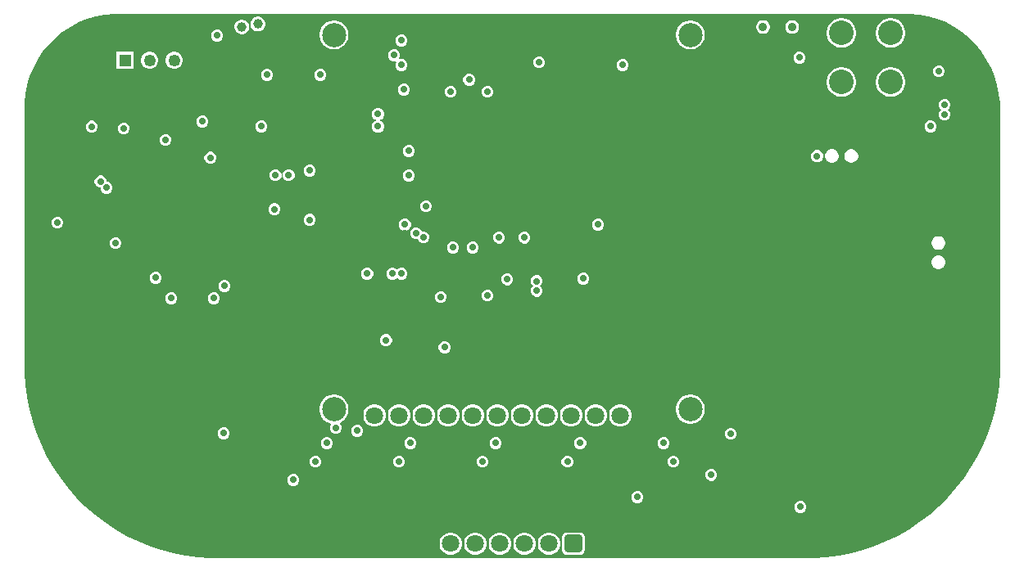
<source format=gbr>
%TF.GenerationSoftware,Altium Limited,Altium Designer,23.8.1 (32)*%
G04 Layer_Physical_Order=3*
G04 Layer_Color=65280*
%FSLAX26Y26*%
%MOIN*%
%TF.SameCoordinates,6B68F3FB-407B-423E-831D-AB1AF3CCE0D2*%
%TF.FilePolarity,Positive*%
%TF.FileFunction,Copper,L3,Inr,Signal*%
%TF.Part,Single*%
G01*
G75*
%TA.AperFunction,ComponentPad*%
%ADD51C,0.049213*%
%ADD52R,0.049213X0.049213*%
%ADD53C,0.100000*%
%ADD54C,0.070866*%
G04:AMPARAMS|DCode=55|XSize=70.866mil|YSize=70.866mil|CornerRadius=8.858mil|HoleSize=0mil|Usage=FLASHONLY|Rotation=180.000|XOffset=0mil|YOffset=0mil|HoleType=Round|Shape=RoundedRectangle|*
%AMROUNDEDRECTD55*
21,1,0.070866,0.053150,0,0,180.0*
21,1,0.053150,0.070866,0,0,180.0*
1,1,0.017716,-0.026575,0.026575*
1,1,0.017716,0.026575,0.026575*
1,1,0.017716,0.026575,-0.026575*
1,1,0.017716,-0.026575,-0.026575*
%
%ADD55ROUNDEDRECTD55*%
%ADD58C,0.039370*%
%ADD59C,0.035430*%
%TA.AperFunction,ViaPad*%
%ADD60C,0.028000*%
%ADD61C,0.098425*%
G36*
X1656517Y1106002D02*
X1693588Y1098628D01*
X1729761Y1087655D01*
X1764682Y1073190D01*
X1798017Y1055372D01*
X1829446Y1034372D01*
X1858665Y1010392D01*
X1885392Y983665D01*
X1909372Y954446D01*
X1930372Y923017D01*
X1948190Y889681D01*
X1962655Y854761D01*
X1973628Y818588D01*
X1981002Y781517D01*
X1984707Y743900D01*
Y725000D01*
Y-325000D01*
Y-350688D01*
X1981346Y-401956D01*
X1974640Y-452895D01*
X1964617Y-503283D01*
X1951320Y-552910D01*
X1934804Y-601562D01*
X1915144Y-649027D01*
X1892419Y-695107D01*
X1866731Y-739601D01*
X1838188Y-782319D01*
X1806912Y-823079D01*
X1773035Y-861708D01*
X1736707Y-898036D01*
X1698080Y-931911D01*
X1657319Y-963188D01*
X1614600Y-991731D01*
X1570107Y-1017420D01*
X1524027Y-1040144D01*
X1476562Y-1059805D01*
X1427910Y-1076320D01*
X1378283Y-1089617D01*
X1327895Y-1099640D01*
X1276956Y-1106346D01*
X1225688Y-1109707D01*
X-1225688D01*
X-1276956Y-1106346D01*
X-1327895Y-1099640D01*
X-1378283Y-1089617D01*
X-1427910Y-1076320D01*
X-1476562Y-1059805D01*
X-1524027Y-1040144D01*
X-1570107Y-1017420D01*
X-1614601Y-991731D01*
X-1657319Y-963188D01*
X-1698079Y-931912D01*
X-1736708Y-898035D01*
X-1773036Y-861707D01*
X-1806911Y-823080D01*
X-1838188Y-782319D01*
X-1866732Y-739600D01*
X-1892420Y-695107D01*
X-1915144Y-649027D01*
X-1934805Y-601562D01*
X-1951320Y-552911D01*
X-1964617Y-503283D01*
X-1974640Y-452895D01*
X-1981346Y-401956D01*
X-1984707Y-350688D01*
Y-325000D01*
Y725000D01*
Y743899D01*
X-1981002Y781517D01*
X-1973628Y818588D01*
X-1962655Y854761D01*
X-1948190Y889682D01*
X-1930372Y923017D01*
X-1909372Y954446D01*
X-1885392Y983665D01*
X-1858665Y1010392D01*
X-1829446Y1034372D01*
X-1798017Y1055372D01*
X-1764681Y1073190D01*
X-1729761Y1087655D01*
X-1693588Y1098628D01*
X-1656517Y1106002D01*
X-1618900Y1109707D01*
X1618899D01*
X1656517Y1106002D01*
D02*
G37*
%LPC*%
G36*
X-1030812Y1096495D02*
X-1038628D01*
X-1046178Y1094472D01*
X-1052947Y1090564D01*
X-1058474Y1085037D01*
X-1062382Y1078268D01*
X-1064405Y1070718D01*
Y1062902D01*
X-1062382Y1055352D01*
X-1058474Y1048583D01*
X-1052947Y1043056D01*
X-1046178Y1039148D01*
X-1038628Y1037125D01*
X-1030812D01*
X-1023262Y1039148D01*
X-1016493Y1043056D01*
X-1010966Y1048583D01*
X-1007058Y1055352D01*
X-1005035Y1062902D01*
Y1070718D01*
X-1007058Y1078268D01*
X-1010966Y1085037D01*
X-1016493Y1090564D01*
X-1023262Y1094472D01*
X-1030812Y1096495D01*
D02*
G37*
G36*
X1142709Y1082715D02*
X1135411D01*
X1128362Y1080826D01*
X1122043Y1077178D01*
X1116882Y1072017D01*
X1113234Y1065698D01*
X1111345Y1058649D01*
Y1051351D01*
X1113234Y1044302D01*
X1116882Y1037983D01*
X1122043Y1032822D01*
X1128362Y1029174D01*
X1135411Y1027285D01*
X1142709D01*
X1149758Y1029174D01*
X1156077Y1032822D01*
X1161238Y1037983D01*
X1164886Y1044302D01*
X1166775Y1051351D01*
Y1058649D01*
X1164886Y1065698D01*
X1161238Y1072017D01*
X1156077Y1077178D01*
X1149758Y1080826D01*
X1142709Y1082715D01*
D02*
G37*
G36*
X1024589D02*
X1017291D01*
X1010242Y1080826D01*
X1003923Y1077178D01*
X998762Y1072017D01*
X995114Y1065698D01*
X993225Y1058649D01*
Y1051351D01*
X995114Y1044302D01*
X998762Y1037983D01*
X1003923Y1032822D01*
X1010242Y1029174D01*
X1017291Y1027285D01*
X1024589D01*
X1031638Y1029174D01*
X1037957Y1032822D01*
X1043118Y1037983D01*
X1046766Y1044302D01*
X1048655Y1051351D01*
Y1058649D01*
X1046766Y1065698D01*
X1043118Y1072017D01*
X1037957Y1077178D01*
X1031638Y1080826D01*
X1024589Y1082715D01*
D02*
G37*
G36*
X-1095776Y1084685D02*
X-1103592D01*
X-1111142Y1082662D01*
X-1117911Y1078754D01*
X-1123438Y1073227D01*
X-1127346Y1066458D01*
X-1129369Y1058908D01*
Y1051092D01*
X-1127346Y1043542D01*
X-1123438Y1036773D01*
X-1117911Y1031246D01*
X-1111142Y1027338D01*
X-1103592Y1025315D01*
X-1095776D01*
X-1088226Y1027338D01*
X-1081457Y1031246D01*
X-1075930Y1036773D01*
X-1072022Y1043542D01*
X-1069999Y1051092D01*
Y1058908D01*
X-1072022Y1066458D01*
X-1075930Y1073227D01*
X-1081457Y1078754D01*
X-1088226Y1082662D01*
X-1095776Y1084685D01*
D02*
G37*
G36*
X-1195226Y1044000D02*
X-1204774D01*
X-1213595Y1040346D01*
X-1220346Y1033595D01*
X-1224000Y1024774D01*
Y1015226D01*
X-1220346Y1006405D01*
X-1213595Y999654D01*
X-1204774Y996000D01*
X-1195226D01*
X-1186405Y999654D01*
X-1179654Y1006405D01*
X-1176000Y1015226D01*
Y1024774D01*
X-1179654Y1033595D01*
X-1186405Y1040346D01*
X-1195226Y1044000D01*
D02*
G37*
G36*
X-445226Y1024000D02*
X-454774D01*
X-463595Y1020346D01*
X-470346Y1013595D01*
X-474000Y1004774D01*
Y995226D01*
X-470346Y986405D01*
X-463595Y979654D01*
X-454774Y976000D01*
X-445226D01*
X-436405Y979654D01*
X-429654Y986405D01*
X-426000Y995226D01*
Y1004774D01*
X-429654Y1013595D01*
X-436405Y1020346D01*
X-445226Y1024000D01*
D02*
G37*
G36*
X1545909Y1090000D02*
X1534091D01*
X1522499Y1087694D01*
X1511579Y1083171D01*
X1501752Y1076605D01*
X1493395Y1068248D01*
X1486829Y1058421D01*
X1482306Y1047501D01*
X1480000Y1035909D01*
Y1024091D01*
X1482306Y1012499D01*
X1486829Y1001579D01*
X1493395Y991752D01*
X1501752Y983395D01*
X1511579Y976829D01*
X1522499Y972306D01*
X1534091Y970000D01*
X1545909D01*
X1557501Y972306D01*
X1568421Y976829D01*
X1578248Y983395D01*
X1586605Y991752D01*
X1593171Y1001579D01*
X1597694Y1012499D01*
X1600000Y1024091D01*
Y1035909D01*
X1597694Y1047501D01*
X1593171Y1058421D01*
X1586605Y1068248D01*
X1578248Y1076605D01*
X1568421Y1083171D01*
X1557501Y1087694D01*
X1545909Y1090000D01*
D02*
G37*
G36*
X1345909D02*
X1334091D01*
X1322499Y1087694D01*
X1311579Y1083171D01*
X1301752Y1076605D01*
X1293395Y1068248D01*
X1286829Y1058421D01*
X1282306Y1047501D01*
X1280000Y1035909D01*
Y1024091D01*
X1282306Y1012499D01*
X1286829Y1001579D01*
X1293395Y991752D01*
X1301752Y983395D01*
X1311579Y976829D01*
X1322499Y972306D01*
X1334091Y970000D01*
X1345909D01*
X1357501Y972306D01*
X1368421Y976829D01*
X1378248Y983395D01*
X1386605Y991752D01*
X1393171Y1001579D01*
X1397694Y1012499D01*
X1400000Y1024091D01*
Y1035909D01*
X1397694Y1047501D01*
X1393171Y1058421D01*
X1386605Y1068248D01*
X1378248Y1076605D01*
X1368421Y1083171D01*
X1357501Y1087694D01*
X1345909Y1090000D01*
D02*
G37*
G36*
X730832Y1081713D02*
X719168D01*
X707728Y1079437D01*
X696952Y1074974D01*
X687254Y1068493D01*
X679007Y1060246D01*
X672527Y1050548D01*
X668063Y1039772D01*
X665787Y1028332D01*
Y1016668D01*
X668063Y1005228D01*
X672527Y994452D01*
X679007Y984754D01*
X687254Y976507D01*
X696952Y970027D01*
X707728Y965563D01*
X719168Y963287D01*
X730832D01*
X742272Y965563D01*
X753048Y970027D01*
X762746Y976507D01*
X770993Y984754D01*
X777473Y994452D01*
X781937Y1005228D01*
X784213Y1016668D01*
Y1028332D01*
X781937Y1039772D01*
X777473Y1050548D01*
X770993Y1060246D01*
X762746Y1068493D01*
X753048Y1074974D01*
X742272Y1079437D01*
X730832Y1081713D01*
D02*
G37*
G36*
X-719168D02*
X-730832D01*
X-742272Y1079437D01*
X-753048Y1074974D01*
X-762746Y1068493D01*
X-770993Y1060246D01*
X-777473Y1050548D01*
X-781937Y1039772D01*
X-784213Y1028332D01*
Y1016668D01*
X-781937Y1005228D01*
X-777473Y994452D01*
X-770993Y984754D01*
X-762746Y976507D01*
X-753048Y970027D01*
X-742272Y965563D01*
X-730832Y963287D01*
X-719168D01*
X-707728Y965563D01*
X-696952Y970027D01*
X-687254Y976507D01*
X-679007Y984754D01*
X-672527Y994452D01*
X-668063Y1005228D01*
X-665787Y1016668D01*
Y1028332D01*
X-668063Y1039772D01*
X-672527Y1050548D01*
X-679007Y1060246D01*
X-687254Y1068493D01*
X-696952Y1074974D01*
X-707728Y1079437D01*
X-719168Y1081713D01*
D02*
G37*
G36*
X1173354Y954000D02*
X1163806D01*
X1154985Y950346D01*
X1148234Y943595D01*
X1144580Y934774D01*
Y925226D01*
X1148234Y916405D01*
X1154985Y909654D01*
X1163806Y906000D01*
X1173354D01*
X1182175Y909654D01*
X1188926Y916405D01*
X1192580Y925226D01*
Y934774D01*
X1188926Y943595D01*
X1182175Y950346D01*
X1173354Y954000D01*
D02*
G37*
G36*
X114774Y934568D02*
X105226D01*
X96405Y930914D01*
X89654Y924163D01*
X86000Y915342D01*
Y905794D01*
X89654Y896973D01*
X96405Y890222D01*
X105226Y886568D01*
X114774D01*
X123595Y890222D01*
X130346Y896973D01*
X134000Y905794D01*
Y915342D01*
X130346Y924163D01*
X123595Y930914D01*
X114774Y934568D01*
D02*
G37*
G36*
X-1370444Y954016D02*
X-1379556D01*
X-1388358Y951657D01*
X-1396249Y947101D01*
X-1402692Y940658D01*
X-1407248Y932767D01*
X-1409606Y923966D01*
Y914854D01*
X-1407248Y906052D01*
X-1402692Y898161D01*
X-1396249Y891718D01*
X-1388358Y887162D01*
X-1379556Y884803D01*
X-1370444D01*
X-1361642Y887162D01*
X-1353751Y891718D01*
X-1347308Y898161D01*
X-1342752Y906052D01*
X-1340394Y914854D01*
Y923966D01*
X-1342752Y932767D01*
X-1347308Y940658D01*
X-1353751Y947101D01*
X-1361642Y951657D01*
X-1370444Y954016D01*
D02*
G37*
G36*
X-1470444D02*
X-1479556D01*
X-1488358Y951657D01*
X-1496249Y947101D01*
X-1502692Y940658D01*
X-1507248Y932767D01*
X-1509606Y923966D01*
Y914854D01*
X-1507248Y906052D01*
X-1502692Y898161D01*
X-1496249Y891718D01*
X-1488358Y887162D01*
X-1479556Y884803D01*
X-1470444D01*
X-1461642Y887162D01*
X-1453751Y891718D01*
X-1447308Y898161D01*
X-1442752Y906052D01*
X-1440394Y914854D01*
Y923966D01*
X-1442752Y932767D01*
X-1447308Y940658D01*
X-1453751Y947101D01*
X-1461642Y951657D01*
X-1470444Y954016D01*
D02*
G37*
G36*
X-1540394D02*
X-1609606D01*
Y884803D01*
X-1540394D01*
Y954016D01*
D02*
G37*
G36*
X454774Y924000D02*
X445226D01*
X436405Y920346D01*
X429654Y913595D01*
X426000Y904774D01*
Y895226D01*
X429654Y886405D01*
X436405Y879654D01*
X445226Y876000D01*
X454774D01*
X463595Y879654D01*
X470346Y886405D01*
X474000Y895226D01*
Y904774D01*
X470346Y913595D01*
X463595Y920346D01*
X454774Y924000D01*
D02*
G37*
G36*
X-475226Y964000D02*
X-484774D01*
X-493595Y960346D01*
X-500346Y953595D01*
X-504000Y944774D01*
Y935226D01*
X-500346Y926405D01*
X-493595Y919654D01*
X-484774Y916000D01*
X-475226D01*
X-474169Y916438D01*
X-473495Y915937D01*
X-470839Y912405D01*
X-474000Y904774D01*
Y895226D01*
X-470346Y886405D01*
X-463595Y879654D01*
X-454774Y876000D01*
X-445226D01*
X-436405Y879654D01*
X-429654Y886405D01*
X-426000Y895226D01*
Y904774D01*
X-429654Y913595D01*
X-436405Y920346D01*
X-445226Y924000D01*
X-454774D01*
X-455831Y923562D01*
X-456505Y924063D01*
X-459161Y927595D01*
X-456000Y935226D01*
Y944774D01*
X-459654Y953595D01*
X-466405Y960346D01*
X-475226Y964000D01*
D02*
G37*
G36*
X1741782Y899000D02*
X1732234D01*
X1723413Y895346D01*
X1716662Y888595D01*
X1713008Y879774D01*
Y870226D01*
X1716662Y861405D01*
X1723413Y854654D01*
X1732234Y851000D01*
X1741782D01*
X1750603Y854654D01*
X1757354Y861405D01*
X1761008Y870226D01*
Y879774D01*
X1757354Y888595D01*
X1750603Y895346D01*
X1741782Y899000D01*
D02*
G37*
G36*
X-775344Y884000D02*
X-784892D01*
X-793713Y880346D01*
X-800464Y873595D01*
X-804118Y864774D01*
Y855226D01*
X-800464Y846405D01*
X-793713Y839654D01*
X-784892Y836000D01*
X-775344D01*
X-766523Y839654D01*
X-759772Y846405D01*
X-756118Y855226D01*
Y864774D01*
X-759772Y873595D01*
X-766523Y880346D01*
X-775344Y884000D01*
D02*
G37*
G36*
X-992546D02*
X-1002094D01*
X-1010915Y880346D01*
X-1017666Y873595D01*
X-1021320Y864774D01*
Y855226D01*
X-1017666Y846405D01*
X-1010915Y839654D01*
X-1002094Y836000D01*
X-992546D01*
X-983725Y839654D01*
X-976974Y846405D01*
X-973320Y855226D01*
Y864774D01*
X-976974Y873595D01*
X-983725Y880346D01*
X-992546Y884000D01*
D02*
G37*
G36*
X-170226Y864000D02*
X-179774D01*
X-188595Y860346D01*
X-195346Y853595D01*
X-199000Y844774D01*
Y835226D01*
X-195346Y826405D01*
X-188595Y819654D01*
X-179774Y816000D01*
X-170226D01*
X-161405Y819654D01*
X-154654Y826405D01*
X-151000Y835226D01*
Y844774D01*
X-154654Y853595D01*
X-161405Y860346D01*
X-170226Y864000D01*
D02*
G37*
G36*
X-434954Y824000D02*
X-444502D01*
X-453323Y820346D01*
X-460074Y813595D01*
X-463728Y804774D01*
Y795226D01*
X-460074Y786405D01*
X-453323Y779654D01*
X-444502Y776000D01*
X-434954D01*
X-426133Y779654D01*
X-419382Y786405D01*
X-415728Y795226D01*
Y804774D01*
X-419382Y813595D01*
X-426133Y820346D01*
X-434954Y824000D01*
D02*
G37*
G36*
X1545909Y890000D02*
X1534091D01*
X1522499Y887694D01*
X1511579Y883171D01*
X1501752Y876605D01*
X1493395Y868248D01*
X1486829Y858421D01*
X1482306Y847501D01*
X1480000Y835909D01*
Y824091D01*
X1482306Y812499D01*
X1486829Y801579D01*
X1493395Y791752D01*
X1501752Y783395D01*
X1511579Y776829D01*
X1522499Y772306D01*
X1534091Y770000D01*
X1545909D01*
X1557501Y772306D01*
X1568421Y776829D01*
X1578248Y783395D01*
X1586605Y791752D01*
X1593171Y801579D01*
X1597694Y812499D01*
X1600000Y824091D01*
Y835909D01*
X1597694Y847501D01*
X1593171Y858421D01*
X1586605Y868248D01*
X1578248Y876605D01*
X1568421Y883171D01*
X1557501Y887694D01*
X1545909Y890000D01*
D02*
G37*
G36*
X1345909D02*
X1334091D01*
X1322499Y887694D01*
X1311579Y883171D01*
X1301752Y876605D01*
X1293395Y868248D01*
X1286829Y858421D01*
X1282306Y847501D01*
X1280000Y835909D01*
Y824091D01*
X1282306Y812499D01*
X1286829Y801579D01*
X1293395Y791752D01*
X1301752Y783395D01*
X1311579Y776829D01*
X1322499Y772306D01*
X1334091Y770000D01*
X1345909D01*
X1357501Y772306D01*
X1368421Y776829D01*
X1378248Y783395D01*
X1386605Y791752D01*
X1393171Y801579D01*
X1397694Y812499D01*
X1400000Y824091D01*
Y835909D01*
X1397694Y847501D01*
X1393171Y858421D01*
X1386605Y868248D01*
X1378248Y876605D01*
X1368421Y883171D01*
X1357501Y887694D01*
X1345909Y890000D01*
D02*
G37*
G36*
X-95226Y815043D02*
X-104774D01*
X-113595Y811389D01*
X-120346Y804638D01*
X-124000Y795817D01*
Y786269D01*
X-120346Y777448D01*
X-113595Y770697D01*
X-104774Y767043D01*
X-95226D01*
X-86405Y770697D01*
X-79654Y777448D01*
X-76000Y786269D01*
Y795817D01*
X-79654Y804638D01*
X-86405Y811389D01*
X-95226Y815043D01*
D02*
G37*
G36*
X-245226D02*
X-254774D01*
X-263595Y811389D01*
X-270346Y804638D01*
X-274000Y795817D01*
Y786269D01*
X-270346Y777448D01*
X-263595Y770697D01*
X-254774Y767043D01*
X-245226D01*
X-236405Y770697D01*
X-229654Y777448D01*
X-226000Y786269D01*
Y795817D01*
X-229654Y804638D01*
X-236405Y811389D01*
X-245226Y815043D01*
D02*
G37*
G36*
X1764774Y762326D02*
X1755226D01*
X1746405Y758672D01*
X1739654Y751921D01*
X1736000Y743100D01*
Y733552D01*
X1739654Y724731D01*
X1745879Y718506D01*
X1739654Y712280D01*
X1736000Y703459D01*
Y693911D01*
X1739654Y685090D01*
X1746405Y678339D01*
X1755226Y674685D01*
X1764774D01*
X1773595Y678339D01*
X1780346Y685090D01*
X1784000Y693911D01*
Y703459D01*
X1780346Y712280D01*
X1774121Y718506D01*
X1780346Y724731D01*
X1784000Y733552D01*
Y743100D01*
X1780346Y751921D01*
X1773595Y758672D01*
X1764774Y762326D01*
D02*
G37*
G36*
X-1255226Y694000D02*
X-1264774D01*
X-1273595Y690346D01*
X-1280346Y683595D01*
X-1284000Y674774D01*
Y665226D01*
X-1280346Y656405D01*
X-1273595Y649654D01*
X-1264774Y646000D01*
X-1255226D01*
X-1246405Y649654D01*
X-1239654Y656405D01*
X-1236000Y665226D01*
Y674774D01*
X-1239654Y683595D01*
X-1246405Y690346D01*
X-1255226Y694000D01*
D02*
G37*
G36*
X1706644Y674000D02*
X1697096D01*
X1688275Y670346D01*
X1681524Y663595D01*
X1677870Y654774D01*
Y645226D01*
X1681524Y636405D01*
X1688275Y629654D01*
X1697096Y626000D01*
X1706644D01*
X1715465Y629654D01*
X1722216Y636405D01*
X1725870Y645226D01*
Y654774D01*
X1722216Y663595D01*
X1715465Y670346D01*
X1706644Y674000D01*
D02*
G37*
G36*
X-540896Y724000D02*
X-550444D01*
X-559265Y720346D01*
X-566016Y713595D01*
X-569670Y704774D01*
Y695226D01*
X-566016Y686405D01*
X-559265Y679654D01*
X-554562Y677706D01*
Y672294D01*
X-559265Y670346D01*
X-566016Y663595D01*
X-569670Y654774D01*
Y645226D01*
X-566016Y636405D01*
X-559265Y629654D01*
X-550444Y626000D01*
X-540896D01*
X-532075Y629654D01*
X-525324Y636405D01*
X-521670Y645226D01*
Y654774D01*
X-525324Y663595D01*
X-532075Y670346D01*
X-536778Y672294D01*
Y677706D01*
X-532075Y679654D01*
X-525324Y686405D01*
X-521670Y695226D01*
Y704774D01*
X-525324Y713595D01*
X-532075Y720346D01*
X-540896Y724000D01*
D02*
G37*
G36*
X-1015226Y674000D02*
X-1024774D01*
X-1033595Y670346D01*
X-1040346Y663595D01*
X-1044000Y654774D01*
Y645226D01*
X-1040346Y636405D01*
X-1033595Y629654D01*
X-1024774Y626000D01*
X-1015226D01*
X-1006405Y629654D01*
X-999654Y636405D01*
X-996000Y645226D01*
Y654774D01*
X-999654Y663595D01*
X-1006405Y670346D01*
X-1015226Y674000D01*
D02*
G37*
G36*
X-1706407Y673189D02*
X-1715955D01*
X-1724776Y669535D01*
X-1731527Y662784D01*
X-1735181Y653963D01*
Y644415D01*
X-1731527Y635594D01*
X-1724776Y628843D01*
X-1715955Y625189D01*
X-1706407D01*
X-1697586Y628843D01*
X-1690835Y635594D01*
X-1687181Y644415D01*
Y653963D01*
X-1690835Y662784D01*
X-1697586Y669535D01*
X-1706407Y673189D01*
D02*
G37*
G36*
X-1574911Y666362D02*
X-1584459D01*
X-1593280Y662708D01*
X-1600031Y655957D01*
X-1603685Y647136D01*
Y637588D01*
X-1600031Y628767D01*
X-1593280Y622016D01*
X-1584459Y618362D01*
X-1574911D01*
X-1566090Y622016D01*
X-1559339Y628767D01*
X-1555685Y637588D01*
Y647136D01*
X-1559339Y655957D01*
X-1566090Y662708D01*
X-1574911Y666362D01*
D02*
G37*
G36*
X-1405226Y619118D02*
X-1414774D01*
X-1423595Y615464D01*
X-1430346Y608713D01*
X-1434000Y599892D01*
Y590344D01*
X-1430346Y581523D01*
X-1423595Y574772D01*
X-1414774Y571118D01*
X-1405226D01*
X-1396405Y574772D01*
X-1389654Y581523D01*
X-1386000Y590344D01*
Y599892D01*
X-1389654Y608713D01*
X-1396405Y615464D01*
X-1405226Y619118D01*
D02*
G37*
G36*
X-415226Y574000D02*
X-424774D01*
X-433595Y570346D01*
X-440346Y563595D01*
X-444000Y554774D01*
Y545226D01*
X-440346Y536405D01*
X-433595Y529654D01*
X-424774Y526000D01*
X-415226D01*
X-406405Y529654D01*
X-399654Y536405D01*
X-396000Y545226D01*
Y554774D01*
X-399654Y563595D01*
X-406405Y570346D01*
X-415226Y574000D01*
D02*
G37*
G36*
X1245737Y553330D02*
X1236189D01*
X1227368Y549676D01*
X1220617Y542925D01*
X1216963Y534104D01*
Y524556D01*
X1220617Y515735D01*
X1227368Y508984D01*
X1236189Y505330D01*
X1245737D01*
X1254558Y508984D01*
X1261309Y515735D01*
X1264963Y524556D01*
Y534104D01*
X1261309Y542925D01*
X1254558Y549676D01*
X1245737Y553330D01*
D02*
G37*
G36*
X1383649Y557045D02*
X1376351D01*
X1369302Y555156D01*
X1362983Y551508D01*
X1357822Y546347D01*
X1354174Y540028D01*
X1352285Y532979D01*
Y525681D01*
X1354174Y518632D01*
X1357822Y512313D01*
X1362983Y507152D01*
X1369302Y503504D01*
X1376351Y501615D01*
X1383649D01*
X1390698Y503504D01*
X1397017Y507152D01*
X1402178Y512313D01*
X1405826Y518632D01*
X1407715Y525681D01*
Y532979D01*
X1405826Y540028D01*
X1402178Y546347D01*
X1397017Y551508D01*
X1390698Y555156D01*
X1383649Y557045D01*
D02*
G37*
G36*
X1304909D02*
X1297611D01*
X1290562Y555156D01*
X1284243Y551508D01*
X1279082Y546347D01*
X1275434Y540028D01*
X1273545Y532979D01*
Y525681D01*
X1275434Y518632D01*
X1279082Y512313D01*
X1284243Y507152D01*
X1290562Y503504D01*
X1297611Y501615D01*
X1304909D01*
X1311958Y503504D01*
X1318277Y507152D01*
X1323438Y512313D01*
X1327086Y518632D01*
X1328975Y525681D01*
Y532979D01*
X1327086Y540028D01*
X1323438Y546347D01*
X1318277Y551508D01*
X1311958Y555156D01*
X1304909Y557045D01*
D02*
G37*
G36*
X-1223726Y546685D02*
X-1233274D01*
X-1242095Y543031D01*
X-1248846Y536280D01*
X-1252500Y527459D01*
Y517911D01*
X-1248846Y509090D01*
X-1242095Y502339D01*
X-1233274Y498685D01*
X-1223726D01*
X-1214905Y502339D01*
X-1208154Y509090D01*
X-1204500Y517911D01*
Y527459D01*
X-1208154Y536280D01*
X-1214905Y543031D01*
X-1223726Y546685D01*
D02*
G37*
G36*
X-818415Y494000D02*
X-827963D01*
X-836784Y490346D01*
X-843535Y483595D01*
X-847189Y474774D01*
Y465226D01*
X-843535Y456405D01*
X-836784Y449654D01*
X-827963Y446000D01*
X-818415D01*
X-809594Y449654D01*
X-802843Y456405D01*
X-799189Y465226D01*
Y474774D01*
X-802843Y483595D01*
X-809594Y490346D01*
X-818415Y494000D01*
D02*
G37*
G36*
X-904478Y475181D02*
X-914026D01*
X-922847Y471527D01*
X-929598Y464776D01*
X-933252Y455955D01*
Y446407D01*
X-929598Y437586D01*
X-922847Y430835D01*
X-914026Y427181D01*
X-904478D01*
X-895657Y430835D01*
X-888906Y437586D01*
X-885252Y446407D01*
Y455955D01*
X-888906Y464776D01*
X-895657Y471527D01*
X-904478Y475181D01*
D02*
G37*
G36*
X-958021D02*
X-967569D01*
X-976390Y471527D01*
X-983141Y464776D01*
X-986795Y455955D01*
Y446407D01*
X-983141Y437586D01*
X-976390Y430835D01*
X-967569Y427181D01*
X-958021D01*
X-949200Y430835D01*
X-942449Y437586D01*
X-938795Y446407D01*
Y455955D01*
X-942449Y464776D01*
X-949200Y471527D01*
X-958021Y475181D01*
D02*
G37*
G36*
X-415226Y474000D02*
X-424774D01*
X-433595Y470346D01*
X-440346Y463595D01*
X-444000Y454774D01*
Y445226D01*
X-440346Y436405D01*
X-433595Y429654D01*
X-424774Y426000D01*
X-415226D01*
X-406405Y429654D01*
X-399654Y436405D01*
X-396000Y445226D01*
Y454774D01*
X-399654Y463595D01*
X-406405Y470346D01*
X-415226Y474000D01*
D02*
G37*
G36*
X-1670226Y449900D02*
X-1679774D01*
X-1688595Y446246D01*
X-1695346Y439495D01*
X-1699000Y430674D01*
Y421126D01*
X-1695346Y412305D01*
X-1688595Y405554D01*
X-1679774Y401900D01*
X-1674000D01*
Y395226D01*
X-1670346Y386405D01*
X-1663595Y379654D01*
X-1654774Y376000D01*
X-1645226D01*
X-1636405Y379654D01*
X-1629654Y386405D01*
X-1626000Y395226D01*
Y404774D01*
X-1629654Y413595D01*
X-1636405Y420346D01*
X-1645226Y424000D01*
X-1651000D01*
Y430674D01*
X-1654654Y439495D01*
X-1661405Y446246D01*
X-1670226Y449900D01*
D02*
G37*
G36*
X-345226Y348686D02*
X-354774D01*
X-363595Y345032D01*
X-370346Y338281D01*
X-374000Y329460D01*
Y319912D01*
X-370346Y311091D01*
X-363595Y304339D01*
X-354774Y300686D01*
X-345226D01*
X-336405Y304339D01*
X-329654Y311091D01*
X-326000Y319912D01*
Y329460D01*
X-329654Y338281D01*
X-336405Y345032D01*
X-345226Y348686D01*
D02*
G37*
G36*
X-962746Y336800D02*
X-972294D01*
X-981115Y333146D01*
X-987867Y326395D01*
X-991520Y317574D01*
Y308026D01*
X-987867Y299205D01*
X-981115Y292454D01*
X-972294Y288800D01*
X-962746D01*
X-953926Y292454D01*
X-947174Y299205D01*
X-943520Y308026D01*
Y317574D01*
X-947174Y326395D01*
X-953926Y333146D01*
X-962746Y336800D01*
D02*
G37*
G36*
X-818415Y293485D02*
X-827963D01*
X-836784Y289831D01*
X-843535Y283080D01*
X-847189Y274259D01*
Y264711D01*
X-843535Y255890D01*
X-836784Y249139D01*
X-827963Y245485D01*
X-818415D01*
X-809594Y249139D01*
X-802843Y255890D01*
X-799189Y264711D01*
Y274259D01*
X-802843Y283080D01*
X-809594Y289831D01*
X-818415Y293485D01*
D02*
G37*
G36*
X-1845226Y282270D02*
X-1854774D01*
X-1863595Y278616D01*
X-1870346Y271865D01*
X-1874000Y263044D01*
Y253496D01*
X-1870346Y244675D01*
X-1863595Y237924D01*
X-1854774Y234270D01*
X-1845226D01*
X-1836405Y237924D01*
X-1829654Y244675D01*
X-1826000Y253496D01*
Y263044D01*
X-1829654Y271865D01*
X-1836405Y278616D01*
X-1845226Y282270D01*
D02*
G37*
G36*
X354774Y274000D02*
X345226D01*
X336405Y270346D01*
X329654Y263595D01*
X326000Y254774D01*
Y245226D01*
X329654Y236405D01*
X336405Y229654D01*
X345226Y226000D01*
X354774D01*
X363595Y229654D01*
X370346Y236405D01*
X374000Y245226D01*
Y254774D01*
X370346Y263595D01*
X363595Y270346D01*
X354774Y274000D01*
D02*
G37*
G36*
X-431250Y273990D02*
X-440798D01*
X-449619Y270337D01*
X-456370Y263585D01*
X-460024Y254764D01*
Y245217D01*
X-456370Y236396D01*
X-449619Y229644D01*
X-440798Y225990D01*
X-431250D01*
X-422429Y229644D01*
X-415678Y236396D01*
X-412024Y245217D01*
Y254764D01*
X-415678Y263585D01*
X-422429Y270337D01*
X-431250Y273990D01*
D02*
G37*
G36*
X-386332Y237976D02*
X-395880D01*
X-404701Y234322D01*
X-411452Y227571D01*
X-415106Y218750D01*
Y209202D01*
X-411452Y200381D01*
X-404701Y193630D01*
X-395880Y189976D01*
X-386332D01*
X-383577Y191117D01*
X-381123Y185194D01*
X-374372Y178443D01*
X-365551Y174789D01*
X-356003D01*
X-347182Y178443D01*
X-340431Y185194D01*
X-336777Y194015D01*
Y203563D01*
X-340431Y212384D01*
X-347182Y219135D01*
X-356003Y222789D01*
X-365551D01*
X-368306Y221648D01*
X-370760Y227571D01*
X-377511Y234322D01*
X-386332Y237976D01*
D02*
G37*
G36*
X54774Y220850D02*
X45226D01*
X36405Y217196D01*
X29654Y210445D01*
X26000Y201624D01*
Y192076D01*
X29654Y183255D01*
X36405Y176504D01*
X45226Y172850D01*
X54774D01*
X63595Y176504D01*
X70346Y183255D01*
X74000Y192076D01*
Y201624D01*
X70346Y210445D01*
X63595Y217196D01*
X54774Y220850D01*
D02*
G37*
G36*
X-48376D02*
X-57924D01*
X-66745Y217196D01*
X-73496Y210445D01*
X-77150Y201624D01*
Y192076D01*
X-73496Y183255D01*
X-66745Y176504D01*
X-57924Y172850D01*
X-48376D01*
X-39555Y176504D01*
X-32804Y183255D01*
X-29150Y192076D01*
Y201624D01*
X-32804Y210445D01*
X-39555Y217196D01*
X-48376Y220850D01*
D02*
G37*
G36*
X-1608616Y199000D02*
X-1618164D01*
X-1626985Y195346D01*
X-1633736Y188595D01*
X-1637390Y179774D01*
Y170226D01*
X-1633736Y161405D01*
X-1626985Y154654D01*
X-1618164Y151000D01*
X-1608616D01*
X-1599795Y154654D01*
X-1593044Y161405D01*
X-1589390Y170226D01*
Y179774D01*
X-1593044Y188595D01*
X-1599795Y195346D01*
X-1608616Y199000D01*
D02*
G37*
G36*
X1737979Y202715D02*
X1730681D01*
X1723632Y200826D01*
X1717313Y197178D01*
X1712152Y192017D01*
X1708504Y185698D01*
X1706615Y178649D01*
Y171351D01*
X1708504Y164302D01*
X1712152Y157983D01*
X1717313Y152822D01*
X1723632Y149174D01*
X1730681Y147285D01*
X1737979D01*
X1745028Y149174D01*
X1751347Y152822D01*
X1756508Y157983D01*
X1760156Y164302D01*
X1762045Y171351D01*
Y178649D01*
X1760156Y185698D01*
X1756508Y192017D01*
X1751347Y197178D01*
X1745028Y200826D01*
X1737979Y202715D01*
D02*
G37*
G36*
X-155226Y180496D02*
X-164774D01*
X-173595Y176842D01*
X-180346Y170091D01*
X-184000Y161270D01*
Y151722D01*
X-180346Y142901D01*
X-173595Y136150D01*
X-164774Y132496D01*
X-155226D01*
X-146405Y136150D01*
X-139654Y142901D01*
X-136000Y151722D01*
Y161270D01*
X-139654Y170091D01*
X-146405Y176842D01*
X-155226Y180496D01*
D02*
G37*
G36*
X-236394D02*
X-245942D01*
X-254763Y176842D01*
X-261514Y170091D01*
X-265168Y161270D01*
Y151722D01*
X-261514Y142901D01*
X-254763Y136150D01*
X-245942Y132496D01*
X-236394D01*
X-227573Y136150D01*
X-220822Y142901D01*
X-217168Y151722D01*
Y161270D01*
X-220822Y170091D01*
X-227573Y176842D01*
X-236394Y180496D01*
D02*
G37*
G36*
X1737979Y123975D02*
X1730681D01*
X1723632Y122086D01*
X1717313Y118438D01*
X1712152Y113277D01*
X1708504Y106958D01*
X1706615Y99909D01*
Y92611D01*
X1708504Y85562D01*
X1712152Y79243D01*
X1717313Y74082D01*
X1723632Y70434D01*
X1730681Y68545D01*
X1737979D01*
X1745028Y70434D01*
X1751347Y74082D01*
X1756508Y79243D01*
X1760156Y85562D01*
X1762045Y92611D01*
Y99909D01*
X1760156Y106958D01*
X1756508Y113277D01*
X1751347Y118438D01*
X1745028Y122086D01*
X1737979Y123975D01*
D02*
G37*
G36*
X-445226Y74000D02*
X-454774D01*
X-463595Y70346D01*
X-468602Y65339D01*
X-473609Y70346D01*
X-482430Y74000D01*
X-491978D01*
X-500799Y70346D01*
X-507550Y63595D01*
X-511204Y54774D01*
Y45226D01*
X-507550Y36405D01*
X-500799Y29654D01*
X-491978Y26000D01*
X-482430D01*
X-473609Y29654D01*
X-468602Y34661D01*
X-463595Y29654D01*
X-454774Y26000D01*
X-445226D01*
X-436405Y29654D01*
X-429654Y36405D01*
X-426000Y45226D01*
Y54774D01*
X-429654Y63595D01*
X-436405Y70346D01*
X-445226Y74000D01*
D02*
G37*
G36*
X-584792D02*
X-594340D01*
X-603161Y70346D01*
X-609912Y63595D01*
X-613566Y54774D01*
Y45226D01*
X-609912Y36405D01*
X-603161Y29654D01*
X-594340Y26000D01*
X-584792D01*
X-575971Y29654D01*
X-569220Y36405D01*
X-565566Y45226D01*
Y54774D01*
X-569220Y63595D01*
X-575971Y70346D01*
X-584792Y74000D01*
D02*
G37*
G36*
X-1445226Y57270D02*
X-1454774D01*
X-1463595Y53616D01*
X-1470346Y46865D01*
X-1474000Y38044D01*
Y28496D01*
X-1470346Y19675D01*
X-1463595Y12924D01*
X-1454774Y9270D01*
X-1445226D01*
X-1436405Y12924D01*
X-1429654Y19675D01*
X-1426000Y28496D01*
Y38044D01*
X-1429654Y46865D01*
X-1436405Y53616D01*
X-1445226Y57270D01*
D02*
G37*
G36*
X294774Y54000D02*
X285226D01*
X276405Y50346D01*
X269654Y43595D01*
X266000Y34774D01*
Y25226D01*
X269654Y16405D01*
X276405Y9654D01*
X285226Y6000D01*
X294774D01*
X303595Y9654D01*
X310346Y16405D01*
X314000Y25226D01*
Y34774D01*
X310346Y43595D01*
X303595Y50346D01*
X294774Y54000D01*
D02*
G37*
G36*
X-14916Y50890D02*
X-24464D01*
X-33285Y47236D01*
X-40036Y40485D01*
X-43690Y31664D01*
Y22116D01*
X-40036Y13295D01*
X-33285Y6544D01*
X-24464Y2890D01*
X-14916D01*
X-6095Y6544D01*
X656Y13295D01*
X4310Y22116D01*
Y31664D01*
X656Y40485D01*
X-6095Y47236D01*
X-14916Y50890D01*
D02*
G37*
G36*
X-1165996Y24000D02*
X-1175544D01*
X-1184365Y20346D01*
X-1191116Y13595D01*
X-1194770Y4774D01*
Y-4774D01*
X-1191116Y-13595D01*
X-1184365Y-20346D01*
X-1175544Y-24000D01*
X-1165996D01*
X-1157175Y-20346D01*
X-1150424Y-13595D01*
X-1146770Y-4774D01*
Y4774D01*
X-1150424Y13595D01*
X-1157175Y20346D01*
X-1165996Y24000D01*
D02*
G37*
G36*
X104774Y43690D02*
X95226D01*
X86405Y40036D01*
X79654Y33285D01*
X76000Y24464D01*
Y14916D01*
X79654Y6095D01*
X85749Y0D01*
X79654Y-6095D01*
X76000Y-14916D01*
Y-24464D01*
X79654Y-33285D01*
X86405Y-40036D01*
X95226Y-43690D01*
X104774D01*
X113595Y-40036D01*
X120346Y-33285D01*
X124000Y-24464D01*
Y-14916D01*
X120346Y-6095D01*
X114251Y0D01*
X120346Y6095D01*
X124000Y14916D01*
Y24464D01*
X120346Y33285D01*
X113595Y40036D01*
X104774Y43690D01*
D02*
G37*
G36*
X-95226Y-15370D02*
X-104774D01*
X-113595Y-19024D01*
X-120346Y-25775D01*
X-124000Y-34596D01*
Y-44144D01*
X-120346Y-52965D01*
X-113595Y-59716D01*
X-104774Y-63370D01*
X-95226D01*
X-86405Y-59716D01*
X-79654Y-52965D01*
X-76000Y-44144D01*
Y-34596D01*
X-79654Y-25775D01*
X-86405Y-19024D01*
X-95226Y-15370D01*
D02*
G37*
G36*
X-285226Y-20606D02*
X-294774D01*
X-303595Y-24260D01*
X-310346Y-31011D01*
X-314000Y-39832D01*
Y-49380D01*
X-310346Y-58201D01*
X-303595Y-64952D01*
X-294774Y-68606D01*
X-285226D01*
X-276405Y-64952D01*
X-269654Y-58201D01*
X-266000Y-49380D01*
Y-39832D01*
X-269654Y-31011D01*
X-276405Y-24260D01*
X-285226Y-20606D01*
D02*
G37*
G36*
X-1208616Y-26000D02*
X-1218164D01*
X-1226985Y-29654D01*
X-1233736Y-36405D01*
X-1237390Y-45226D01*
Y-54774D01*
X-1233736Y-63595D01*
X-1226985Y-70346D01*
X-1218164Y-74000D01*
X-1208616D01*
X-1199795Y-70346D01*
X-1193044Y-63595D01*
X-1189390Y-54774D01*
Y-45226D01*
X-1193044Y-36405D01*
X-1199795Y-29654D01*
X-1208616Y-26000D01*
D02*
G37*
G36*
X-1381836D02*
X-1391384D01*
X-1400205Y-29654D01*
X-1406956Y-36405D01*
X-1410610Y-45226D01*
Y-54774D01*
X-1406956Y-63595D01*
X-1400205Y-70346D01*
X-1391384Y-74000D01*
X-1381836D01*
X-1373015Y-70346D01*
X-1366264Y-63595D01*
X-1362610Y-54774D01*
Y-45226D01*
X-1366264Y-36405D01*
X-1373015Y-29654D01*
X-1381836Y-26000D01*
D02*
G37*
G36*
X-508022Y-196482D02*
X-517570D01*
X-526391Y-200136D01*
X-533142Y-206887D01*
X-536796Y-215708D01*
Y-225256D01*
X-533142Y-234077D01*
X-526391Y-240828D01*
X-517570Y-244482D01*
X-508022D01*
X-499201Y-240828D01*
X-492450Y-234077D01*
X-488796Y-225256D01*
Y-215708D01*
X-492450Y-206887D01*
X-499201Y-200136D01*
X-508022Y-196482D01*
D02*
G37*
G36*
X-270226Y-226000D02*
X-279774D01*
X-288595Y-229654D01*
X-295346Y-236405D01*
X-299000Y-245226D01*
Y-254774D01*
X-295346Y-263595D01*
X-288595Y-270346D01*
X-279774Y-274000D01*
X-270226D01*
X-261405Y-270346D01*
X-254654Y-263595D01*
X-251000Y-254774D01*
Y-245226D01*
X-254654Y-236405D01*
X-261405Y-229654D01*
X-270226Y-226000D01*
D02*
G37*
G36*
X730832Y-443287D02*
X719168D01*
X707728Y-445563D01*
X696952Y-450026D01*
X687254Y-456507D01*
X679007Y-464754D01*
X672527Y-474452D01*
X668063Y-485228D01*
X665787Y-496668D01*
Y-508332D01*
X668063Y-519772D01*
X672527Y-530548D01*
X679007Y-540246D01*
X687254Y-548493D01*
X696952Y-554973D01*
X707728Y-559437D01*
X719168Y-561713D01*
X730832D01*
X742272Y-559437D01*
X753048Y-554973D01*
X762746Y-548493D01*
X770993Y-540246D01*
X777473Y-530548D01*
X781937Y-519772D01*
X784213Y-508332D01*
Y-496668D01*
X781937Y-485228D01*
X777473Y-474452D01*
X770993Y-464754D01*
X762746Y-456507D01*
X753048Y-450026D01*
X742272Y-445563D01*
X730832Y-443287D01*
D02*
G37*
G36*
X445981Y-482067D02*
X434019D01*
X422464Y-485163D01*
X412103Y-491145D01*
X403645Y-499603D01*
X397663Y-509964D01*
X394567Y-521519D01*
Y-533481D01*
X397663Y-545037D01*
X403645Y-555396D01*
X412103Y-563855D01*
X422464Y-569837D01*
X434019Y-572933D01*
X445981D01*
X457536Y-569837D01*
X467897Y-563855D01*
X476355Y-555396D01*
X482337Y-545037D01*
X485433Y-533481D01*
Y-521519D01*
X482337Y-509964D01*
X476355Y-499603D01*
X467897Y-491145D01*
X457536Y-485163D01*
X445981Y-482067D01*
D02*
G37*
G36*
X345981D02*
X334019D01*
X322464Y-485163D01*
X312103Y-491145D01*
X303645Y-499603D01*
X297663Y-509964D01*
X294567Y-521519D01*
Y-533481D01*
X297663Y-545037D01*
X303645Y-555396D01*
X312103Y-563855D01*
X322464Y-569837D01*
X334019Y-572933D01*
X345981D01*
X357536Y-569837D01*
X367897Y-563855D01*
X376355Y-555396D01*
X382337Y-545037D01*
X385433Y-533481D01*
Y-521519D01*
X382337Y-509964D01*
X376355Y-499603D01*
X367897Y-491145D01*
X357536Y-485163D01*
X345981Y-482067D01*
D02*
G37*
G36*
X245981D02*
X234019D01*
X222464Y-485163D01*
X212103Y-491145D01*
X203645Y-499603D01*
X197663Y-509964D01*
X194567Y-521519D01*
Y-533481D01*
X197663Y-545037D01*
X203645Y-555396D01*
X212103Y-563855D01*
X222464Y-569837D01*
X234019Y-572933D01*
X245981D01*
X257536Y-569837D01*
X267897Y-563855D01*
X276355Y-555396D01*
X282337Y-545037D01*
X285433Y-533481D01*
Y-521519D01*
X282337Y-509964D01*
X276355Y-499603D01*
X267897Y-491145D01*
X257536Y-485163D01*
X245981Y-482067D01*
D02*
G37*
G36*
X145981D02*
X134019D01*
X122463Y-485163D01*
X112103Y-491145D01*
X103645Y-499603D01*
X97663Y-509964D01*
X94567Y-521519D01*
Y-533481D01*
X97663Y-545037D01*
X103645Y-555396D01*
X112103Y-563855D01*
X122463Y-569837D01*
X134019Y-572933D01*
X145981D01*
X157536Y-569837D01*
X167897Y-563855D01*
X176355Y-555396D01*
X182337Y-545037D01*
X185433Y-533481D01*
Y-521519D01*
X182337Y-509964D01*
X176355Y-499603D01*
X167897Y-491145D01*
X157536Y-485163D01*
X145981Y-482067D01*
D02*
G37*
G36*
X45981D02*
X34019D01*
X22463Y-485163D01*
X12104Y-491145D01*
X3645Y-499603D01*
X-2337Y-509964D01*
X-5433Y-521519D01*
Y-533481D01*
X-2337Y-545037D01*
X3645Y-555396D01*
X12104Y-563855D01*
X22463Y-569837D01*
X34019Y-572933D01*
X45981D01*
X57536Y-569837D01*
X67897Y-563855D01*
X76355Y-555396D01*
X82337Y-545037D01*
X85433Y-533481D01*
Y-521519D01*
X82337Y-509964D01*
X76355Y-499603D01*
X67897Y-491145D01*
X57536Y-485163D01*
X45981Y-482067D01*
D02*
G37*
G36*
X-54019D02*
X-65981D01*
X-77537Y-485163D01*
X-87897Y-491145D01*
X-96355Y-499603D01*
X-102337Y-509964D01*
X-105433Y-521519D01*
Y-533481D01*
X-102337Y-545037D01*
X-96355Y-555396D01*
X-87897Y-563855D01*
X-77537Y-569837D01*
X-65981Y-572933D01*
X-54019D01*
X-42464Y-569837D01*
X-32103Y-563855D01*
X-23645Y-555396D01*
X-17663Y-545037D01*
X-14567Y-533481D01*
Y-521519D01*
X-17663Y-509964D01*
X-23645Y-499603D01*
X-32103Y-491145D01*
X-42464Y-485163D01*
X-54019Y-482067D01*
D02*
G37*
G36*
X-154019D02*
X-165981D01*
X-177536Y-485163D01*
X-187897Y-491145D01*
X-196355Y-499603D01*
X-202337Y-509964D01*
X-205433Y-521519D01*
Y-533481D01*
X-202337Y-545037D01*
X-196355Y-555396D01*
X-187897Y-563855D01*
X-177536Y-569837D01*
X-165981Y-572933D01*
X-154019D01*
X-142464Y-569837D01*
X-132103Y-563855D01*
X-123645Y-555396D01*
X-117663Y-545037D01*
X-114567Y-533481D01*
Y-521519D01*
X-117663Y-509964D01*
X-123645Y-499603D01*
X-132103Y-491145D01*
X-142464Y-485163D01*
X-154019Y-482067D01*
D02*
G37*
G36*
X-254019D02*
X-265981D01*
X-277536Y-485163D01*
X-287897Y-491145D01*
X-296355Y-499603D01*
X-302337Y-509964D01*
X-305433Y-521519D01*
Y-533481D01*
X-302337Y-545037D01*
X-296355Y-555396D01*
X-287897Y-563855D01*
X-277536Y-569837D01*
X-265981Y-572933D01*
X-254019D01*
X-242464Y-569837D01*
X-232103Y-563855D01*
X-223645Y-555396D01*
X-217663Y-545037D01*
X-214567Y-533481D01*
Y-521519D01*
X-217663Y-509964D01*
X-223645Y-499603D01*
X-232103Y-491145D01*
X-242464Y-485163D01*
X-254019Y-482067D01*
D02*
G37*
G36*
X-354019D02*
X-365981D01*
X-377536Y-485163D01*
X-387897Y-491145D01*
X-396355Y-499603D01*
X-402337Y-509964D01*
X-405433Y-521519D01*
Y-533481D01*
X-402337Y-545037D01*
X-396355Y-555396D01*
X-387897Y-563855D01*
X-377536Y-569837D01*
X-365981Y-572933D01*
X-354019D01*
X-342464Y-569837D01*
X-332103Y-563855D01*
X-323645Y-555396D01*
X-317663Y-545037D01*
X-314567Y-533481D01*
Y-521519D01*
X-317663Y-509964D01*
X-323645Y-499603D01*
X-332103Y-491145D01*
X-342464Y-485163D01*
X-354019Y-482067D01*
D02*
G37*
G36*
X-454019D02*
X-465981D01*
X-477536Y-485163D01*
X-487897Y-491145D01*
X-496355Y-499603D01*
X-502337Y-509964D01*
X-505433Y-521519D01*
Y-533481D01*
X-502337Y-545037D01*
X-496355Y-555396D01*
X-487897Y-563855D01*
X-477536Y-569837D01*
X-465981Y-572933D01*
X-454019D01*
X-442464Y-569837D01*
X-432103Y-563855D01*
X-423645Y-555396D01*
X-417663Y-545037D01*
X-414567Y-533481D01*
Y-521519D01*
X-417663Y-509964D01*
X-423645Y-499603D01*
X-432103Y-491145D01*
X-442464Y-485163D01*
X-454019Y-482067D01*
D02*
G37*
G36*
X-554019D02*
X-565981D01*
X-577537Y-485163D01*
X-587896Y-491145D01*
X-596355Y-499603D01*
X-602337Y-509964D01*
X-605433Y-521519D01*
Y-533481D01*
X-602337Y-545037D01*
X-596355Y-555396D01*
X-587896Y-563855D01*
X-577537Y-569837D01*
X-565981Y-572933D01*
X-554019D01*
X-542463Y-569837D01*
X-532104Y-563855D01*
X-523645Y-555396D01*
X-517663Y-545037D01*
X-514567Y-533481D01*
Y-521519D01*
X-517663Y-509964D01*
X-523645Y-499603D01*
X-532104Y-491145D01*
X-542463Y-485163D01*
X-554019Y-482067D01*
D02*
G37*
G36*
X-719168Y-443287D02*
X-730832D01*
X-742272Y-445563D01*
X-753048Y-450026D01*
X-762746Y-456507D01*
X-770993Y-464754D01*
X-777473Y-474452D01*
X-781937Y-485228D01*
X-784213Y-496668D01*
Y-508332D01*
X-781937Y-519772D01*
X-777473Y-530548D01*
X-770993Y-540246D01*
X-762746Y-548493D01*
X-753048Y-554973D01*
X-742272Y-559437D01*
X-739417Y-560005D01*
X-737443Y-565495D01*
X-740438Y-572726D01*
Y-582274D01*
X-736785Y-591095D01*
X-730033Y-597846D01*
X-721212Y-601500D01*
X-711664D01*
X-702843Y-597846D01*
X-696092Y-591095D01*
X-692438Y-582274D01*
Y-572726D01*
X-696092Y-563905D01*
X-699478Y-560519D01*
X-698502Y-555615D01*
X-696952Y-554973D01*
X-687254Y-548493D01*
X-679007Y-540246D01*
X-672527Y-530548D01*
X-668063Y-519772D01*
X-665787Y-508332D01*
Y-496668D01*
X-668063Y-485228D01*
X-672527Y-474452D01*
X-679007Y-464754D01*
X-687254Y-456507D01*
X-696952Y-450026D01*
X-707728Y-445563D01*
X-719168Y-443287D01*
D02*
G37*
G36*
X-625226Y-566000D02*
X-634774D01*
X-643595Y-569654D01*
X-650346Y-576405D01*
X-654000Y-585226D01*
Y-594774D01*
X-650346Y-603595D01*
X-643595Y-610346D01*
X-634774Y-614000D01*
X-625226D01*
X-616405Y-610346D01*
X-609654Y-603595D01*
X-606000Y-594774D01*
Y-585226D01*
X-609654Y-576405D01*
X-616405Y-569654D01*
X-625226Y-566000D01*
D02*
G37*
G36*
X-1168206Y-576000D02*
X-1177754D01*
X-1186575Y-579654D01*
X-1193326Y-586405D01*
X-1196980Y-595226D01*
Y-604774D01*
X-1193326Y-613595D01*
X-1186575Y-620346D01*
X-1177754Y-624000D01*
X-1168206D01*
X-1159385Y-620346D01*
X-1152634Y-613595D01*
X-1148980Y-604774D01*
Y-595226D01*
X-1152634Y-586405D01*
X-1159385Y-579654D01*
X-1168206Y-576000D01*
D02*
G37*
G36*
X894294Y-578500D02*
X884746D01*
X875925Y-582154D01*
X869174Y-588905D01*
X865520Y-597726D01*
Y-607274D01*
X869174Y-616095D01*
X875925Y-622846D01*
X884746Y-626500D01*
X894294D01*
X903115Y-622846D01*
X909866Y-616095D01*
X913520Y-607274D01*
Y-597726D01*
X909866Y-588905D01*
X903115Y-582154D01*
X894294Y-578500D01*
D02*
G37*
G36*
X621694Y-616000D02*
X612146D01*
X603325Y-619654D01*
X596574Y-626405D01*
X592920Y-635226D01*
Y-644774D01*
X596574Y-653595D01*
X603325Y-660346D01*
X612146Y-664000D01*
X621694D01*
X630515Y-660346D01*
X637266Y-653595D01*
X640920Y-644774D01*
Y-635226D01*
X637266Y-626405D01*
X630515Y-619654D01*
X621694Y-616000D01*
D02*
G37*
G36*
X281878D02*
X272330D01*
X263509Y-619654D01*
X256758Y-626405D01*
X253104Y-635226D01*
Y-644774D01*
X256758Y-653595D01*
X263509Y-660346D01*
X272330Y-664000D01*
X281878D01*
X290699Y-660346D01*
X297450Y-653595D01*
X301104Y-644774D01*
Y-635226D01*
X297450Y-626405D01*
X290699Y-619654D01*
X281878Y-616000D01*
D02*
G37*
G36*
X-61872D02*
X-71420D01*
X-80241Y-619654D01*
X-86992Y-626405D01*
X-90646Y-635226D01*
Y-644774D01*
X-86992Y-653595D01*
X-80241Y-660346D01*
X-71420Y-664000D01*
X-61872D01*
X-53051Y-660346D01*
X-46300Y-653595D01*
X-42646Y-644774D01*
Y-635226D01*
X-46300Y-626405D01*
X-53051Y-619654D01*
X-61872Y-616000D01*
D02*
G37*
G36*
X-409556D02*
X-419104D01*
X-427925Y-619654D01*
X-434676Y-626405D01*
X-438330Y-635226D01*
Y-644774D01*
X-434676Y-653595D01*
X-427925Y-660346D01*
X-419104Y-664000D01*
X-409556D01*
X-400735Y-660346D01*
X-393984Y-653595D01*
X-390330Y-644774D01*
Y-635226D01*
X-393984Y-626405D01*
X-400735Y-619654D01*
X-409556Y-616000D01*
D02*
G37*
G36*
X-749372D02*
X-758920D01*
X-767741Y-619654D01*
X-774492Y-626405D01*
X-778146Y-635226D01*
Y-644774D01*
X-774492Y-653595D01*
X-767741Y-660346D01*
X-758920Y-664000D01*
X-749372D01*
X-740551Y-660346D01*
X-733800Y-653595D01*
X-730146Y-644774D01*
Y-635226D01*
X-733800Y-626405D01*
X-740551Y-619654D01*
X-749372Y-616000D01*
D02*
G37*
G36*
X660856Y-691550D02*
X651308D01*
X642487Y-695204D01*
X635736Y-701955D01*
X632082Y-710776D01*
Y-720324D01*
X635736Y-729145D01*
X642487Y-735896D01*
X651308Y-739550D01*
X660856D01*
X669677Y-735896D01*
X676428Y-729145D01*
X680082Y-720324D01*
Y-710776D01*
X676428Y-701955D01*
X669677Y-695204D01*
X660856Y-691550D01*
D02*
G37*
G36*
X-455226D02*
X-464774D01*
X-473595Y-695204D01*
X-480346Y-701955D01*
X-484000Y-710776D01*
Y-720324D01*
X-480346Y-729145D01*
X-473595Y-735896D01*
X-464774Y-739550D01*
X-455226D01*
X-446405Y-735896D01*
X-439654Y-729145D01*
X-436000Y-720324D01*
Y-710776D01*
X-439654Y-701955D01*
X-446405Y-695204D01*
X-455226Y-691550D01*
D02*
G37*
G36*
X-795226D02*
X-804774D01*
X-813595Y-695204D01*
X-820346Y-701955D01*
X-824000Y-710776D01*
Y-720324D01*
X-820346Y-729145D01*
X-813595Y-735896D01*
X-804774Y-739550D01*
X-795226D01*
X-786405Y-735896D01*
X-779654Y-729145D01*
X-776000Y-720324D01*
Y-710776D01*
X-779654Y-701955D01*
X-786405Y-695204D01*
X-795226Y-691550D01*
D02*
G37*
G36*
X229774Y-692000D02*
X220226D01*
X211405Y-695654D01*
X204654Y-702405D01*
X201000Y-711226D01*
Y-720774D01*
X204654Y-729595D01*
X211405Y-736346D01*
X220226Y-740000D01*
X229774D01*
X238595Y-736346D01*
X245346Y-729595D01*
X249000Y-720774D01*
Y-711226D01*
X245346Y-702405D01*
X238595Y-695654D01*
X229774Y-692000D01*
D02*
G37*
G36*
X-115856D02*
X-125404D01*
X-134225Y-695654D01*
X-140976Y-702405D01*
X-144630Y-711226D01*
Y-720774D01*
X-140976Y-729595D01*
X-134225Y-736346D01*
X-125404Y-740000D01*
X-115856D01*
X-107035Y-736346D01*
X-100284Y-729595D01*
X-96630Y-720774D01*
Y-711226D01*
X-100284Y-702405D01*
X-107035Y-695654D01*
X-115856Y-692000D01*
D02*
G37*
G36*
X814774Y-745685D02*
X805226D01*
X796405Y-749339D01*
X789654Y-756090D01*
X786000Y-764911D01*
Y-774459D01*
X789654Y-783280D01*
X796405Y-790031D01*
X805226Y-793685D01*
X814774D01*
X823595Y-790031D01*
X830346Y-783280D01*
X834000Y-774459D01*
Y-764911D01*
X830346Y-756090D01*
X823595Y-749339D01*
X814774Y-745685D01*
D02*
G37*
G36*
X-885226Y-766000D02*
X-894774D01*
X-903595Y-769654D01*
X-910346Y-776405D01*
X-914000Y-785226D01*
Y-794774D01*
X-910346Y-803595D01*
X-903595Y-810346D01*
X-894774Y-814000D01*
X-885226D01*
X-876405Y-810346D01*
X-869654Y-803595D01*
X-866000Y-794774D01*
Y-785226D01*
X-869654Y-776405D01*
X-876405Y-769654D01*
X-885226Y-766000D01*
D02*
G37*
G36*
X514774Y-836000D02*
X505226D01*
X496405Y-839654D01*
X489654Y-846405D01*
X486000Y-855226D01*
Y-864774D01*
X489654Y-873595D01*
X496405Y-880346D01*
X505226Y-884000D01*
X514774D01*
X523595Y-880346D01*
X530346Y-873595D01*
X534000Y-864774D01*
Y-855226D01*
X530346Y-846405D01*
X523595Y-839654D01*
X514774Y-836000D01*
D02*
G37*
G36*
X1177754Y-876000D02*
X1168206D01*
X1159385Y-879654D01*
X1152634Y-886405D01*
X1148980Y-895226D01*
Y-904774D01*
X1152634Y-913595D01*
X1159385Y-920346D01*
X1168206Y-924000D01*
X1177754D01*
X1186575Y-920346D01*
X1193326Y-913595D01*
X1196980Y-904774D01*
Y-895226D01*
X1193326Y-886405D01*
X1186575Y-879654D01*
X1177754Y-876000D01*
D02*
G37*
G36*
X155982Y-1004567D02*
X144019D01*
X132464Y-1007663D01*
X122104Y-1013645D01*
X113645Y-1022104D01*
X107663Y-1032464D01*
X104567Y-1044019D01*
Y-1055981D01*
X107663Y-1067536D01*
X113645Y-1077897D01*
X122104Y-1086355D01*
X132464Y-1092337D01*
X144019Y-1095433D01*
X155982D01*
X167537Y-1092337D01*
X177897Y-1086355D01*
X186356Y-1077897D01*
X192337Y-1067536D01*
X195433Y-1055981D01*
Y-1044019D01*
X192337Y-1032464D01*
X186356Y-1022104D01*
X177897Y-1013645D01*
X167537Y-1007663D01*
X155982Y-1004567D01*
D02*
G37*
G36*
X55981D02*
X44019D01*
X32464Y-1007663D01*
X22104Y-1013645D01*
X13645Y-1022104D01*
X7663Y-1032464D01*
X4567Y-1044019D01*
Y-1055981D01*
X7663Y-1067536D01*
X13645Y-1077897D01*
X22104Y-1086355D01*
X32464Y-1092337D01*
X44019Y-1095433D01*
X55981D01*
X67537Y-1092337D01*
X77897Y-1086355D01*
X86355Y-1077897D01*
X92337Y-1067536D01*
X95433Y-1055981D01*
Y-1044019D01*
X92337Y-1032464D01*
X86355Y-1022104D01*
X77897Y-1013645D01*
X67537Y-1007663D01*
X55981Y-1004567D01*
D02*
G37*
G36*
X-44019D02*
X-55981D01*
X-67536Y-1007663D01*
X-77896Y-1013645D01*
X-86355Y-1022104D01*
X-92337Y-1032464D01*
X-95433Y-1044019D01*
Y-1055981D01*
X-92337Y-1067536D01*
X-86355Y-1077897D01*
X-77896Y-1086355D01*
X-67536Y-1092337D01*
X-55981Y-1095433D01*
X-44019D01*
X-32463Y-1092337D01*
X-22103Y-1086355D01*
X-13645Y-1077897D01*
X-7663Y-1067536D01*
X-4567Y-1055981D01*
Y-1044019D01*
X-7663Y-1032464D01*
X-13645Y-1022104D01*
X-22103Y-1013645D01*
X-32463Y-1007663D01*
X-44019Y-1004567D01*
D02*
G37*
G36*
X-144018D02*
X-155981D01*
X-167536Y-1007663D01*
X-177896Y-1013645D01*
X-186355Y-1022104D01*
X-192337Y-1032464D01*
X-195433Y-1044019D01*
Y-1055981D01*
X-192337Y-1067536D01*
X-186355Y-1077897D01*
X-177896Y-1086355D01*
X-167536Y-1092337D01*
X-155981Y-1095433D01*
X-144018D01*
X-132463Y-1092337D01*
X-122103Y-1086355D01*
X-113644Y-1077897D01*
X-107663Y-1067536D01*
X-104567Y-1055981D01*
Y-1044019D01*
X-107663Y-1032464D01*
X-113644Y-1022104D01*
X-122103Y-1013645D01*
X-132463Y-1007663D01*
X-144018Y-1004567D01*
D02*
G37*
G36*
X-244019D02*
X-255981D01*
X-267536Y-1007663D01*
X-277897Y-1013645D01*
X-286355Y-1022104D01*
X-292337Y-1032464D01*
X-295433Y-1044019D01*
Y-1055981D01*
X-292337Y-1067536D01*
X-286355Y-1077897D01*
X-277897Y-1086355D01*
X-267536Y-1092337D01*
X-255981Y-1095433D01*
X-244019D01*
X-232464Y-1092337D01*
X-222103Y-1086355D01*
X-213645Y-1077897D01*
X-207663Y-1067536D01*
X-204567Y-1055981D01*
Y-1044019D01*
X-207663Y-1032464D01*
X-213645Y-1022104D01*
X-222103Y-1013645D01*
X-232464Y-1007663D01*
X-244019Y-1004567D01*
D02*
G37*
G36*
X276575Y-1004197D02*
X223425D01*
X216067Y-1005661D01*
X209829Y-1009829D01*
X205661Y-1016067D01*
X204198Y-1023425D01*
Y-1076575D01*
X205661Y-1083933D01*
X209829Y-1090171D01*
X216067Y-1094339D01*
X223425Y-1095803D01*
X276575D01*
X283933Y-1094339D01*
X290171Y-1090171D01*
X294339Y-1083933D01*
X295803Y-1076575D01*
Y-1023425D01*
X294339Y-1016067D01*
X290171Y-1009829D01*
X283933Y-1005661D01*
X276575Y-1004197D01*
D02*
G37*
%LPD*%
D51*
X-1475000Y919409D02*
D03*
X-1375000D02*
D03*
D52*
X-1575000D02*
D03*
D53*
X1540000Y830000D02*
D03*
X1340000D02*
D03*
Y1030000D02*
D03*
X1540000D02*
D03*
D54*
X-250000Y-1050000D02*
D03*
X-150000D02*
D03*
X-50000D02*
D03*
X50000D02*
D03*
X150000D02*
D03*
X340000Y-527500D02*
D03*
X-60000D02*
D03*
X-260000D02*
D03*
X-460000D02*
D03*
X140000D02*
D03*
X40000D02*
D03*
X240000D02*
D03*
X-360000D02*
D03*
X-560000D02*
D03*
X-160000D02*
D03*
X440000D02*
D03*
D55*
X250000Y-1050000D02*
D03*
X540000Y-527500D02*
D03*
D58*
X-1099684Y1055000D02*
D03*
X-1034720Y1066810D02*
D03*
D59*
X1139060Y1055000D02*
D03*
X1020940D02*
D03*
D60*
X-630000Y-590000D02*
D03*
X-716438Y-577500D02*
D03*
X810000Y-769685D02*
D03*
X550000Y-680000D02*
D03*
X-823189Y470000D02*
D03*
Y269485D02*
D03*
X510000Y-860000D02*
D03*
X-360777Y198789D02*
D03*
X-391106Y213976D02*
D03*
X-550000Y-670000D02*
D03*
X-890000Y-790000D02*
D03*
X-1711181Y649189D02*
D03*
X-1620096Y786526D02*
D03*
X-420000Y450000D02*
D03*
Y550000D02*
D03*
X-1650000Y400000D02*
D03*
X-1675000Y425900D02*
D03*
X-909252Y451181D02*
D03*
X-1228500Y522685D02*
D03*
X-967520Y312800D02*
D03*
X-962795Y451181D02*
D03*
X-439728Y800000D02*
D03*
X-1170770Y0D02*
D03*
X-1410000Y595118D02*
D03*
X-1260000Y670000D02*
D03*
X-1579685Y642362D02*
D03*
X-997320Y860000D02*
D03*
X-1140000D02*
D03*
X350000Y250000D02*
D03*
X-1160000Y75000D02*
D03*
X-780118Y860000D02*
D03*
X100000Y19690D02*
D03*
X-433347Y301182D02*
D03*
X-740000Y900000D02*
D03*
X-545670Y700000D02*
D03*
Y650000D02*
D03*
Y596760D02*
D03*
X-480000Y940000D02*
D03*
X-1200000Y1020000D02*
D03*
X-1020000Y650000D02*
D03*
Y575000D02*
D03*
X-512796Y-220482D02*
D03*
X-587746Y-640000D02*
D03*
X-247746D02*
D03*
X792254D02*
D03*
X442254D02*
D03*
X102254D02*
D03*
X1168580Y930000D02*
D03*
X-250000Y791043D02*
D03*
X-100000D02*
D03*
X-175000Y840000D02*
D03*
X1737008Y875000D02*
D03*
X1760000Y698685D02*
D03*
X1701870Y650000D02*
D03*
X1760000Y738326D02*
D03*
X110000Y910568D02*
D03*
X290000Y30000D02*
D03*
X-19690Y26890D02*
D03*
X50000Y125000D02*
D03*
X-53150D02*
D03*
X-290000Y-176102D02*
D03*
Y-44606D02*
D03*
X-381496Y-308090D02*
D03*
X1172980Y-900000D02*
D03*
X-1213390Y-50000D02*
D03*
X-1613390Y175000D02*
D03*
X-1450000Y33270D02*
D03*
X-1850000Y258270D02*
D03*
X-1490000Y300000D02*
D03*
X-1386610Y-50000D02*
D03*
X-436024Y249990D02*
D03*
X-241168Y156496D02*
D03*
X-160000D02*
D03*
X-350000Y324686D02*
D03*
X-450000Y900000D02*
D03*
Y1000000D02*
D03*
X1240963Y529330D02*
D03*
X225000Y-716000D02*
D03*
X277104Y-640000D02*
D03*
X-66646D02*
D03*
X-460000Y-715550D02*
D03*
X-120630Y-716000D02*
D03*
X-414330Y-640000D02*
D03*
X-754146D02*
D03*
X-800000Y-715550D02*
D03*
X656082D02*
D03*
X616920Y-640000D02*
D03*
X889520Y-602500D02*
D03*
X1270000Y-675000D02*
D03*
X-1270000D02*
D03*
X-1172980Y-600000D02*
D03*
X-450000Y50000D02*
D03*
X-487204D02*
D03*
X-589566D02*
D03*
X-436024Y213976D02*
D03*
X50000Y196850D02*
D03*
X-53150D02*
D03*
X-275000Y-250000D02*
D03*
X50000Y-221850D02*
D03*
X-53150D02*
D03*
X-160000Y93504D02*
D03*
Y-181496D02*
D03*
X-100000Y-39370D02*
D03*
X100000Y-19690D02*
D03*
X450000Y900000D02*
D03*
Y800000D02*
D03*
D61*
X725000Y1022500D02*
D03*
X-725000D02*
D03*
Y-502500D02*
D03*
X725000D02*
D03*
%TF.MD5,129e276d215f1d32342cc4014265ec29*%
M02*

</source>
